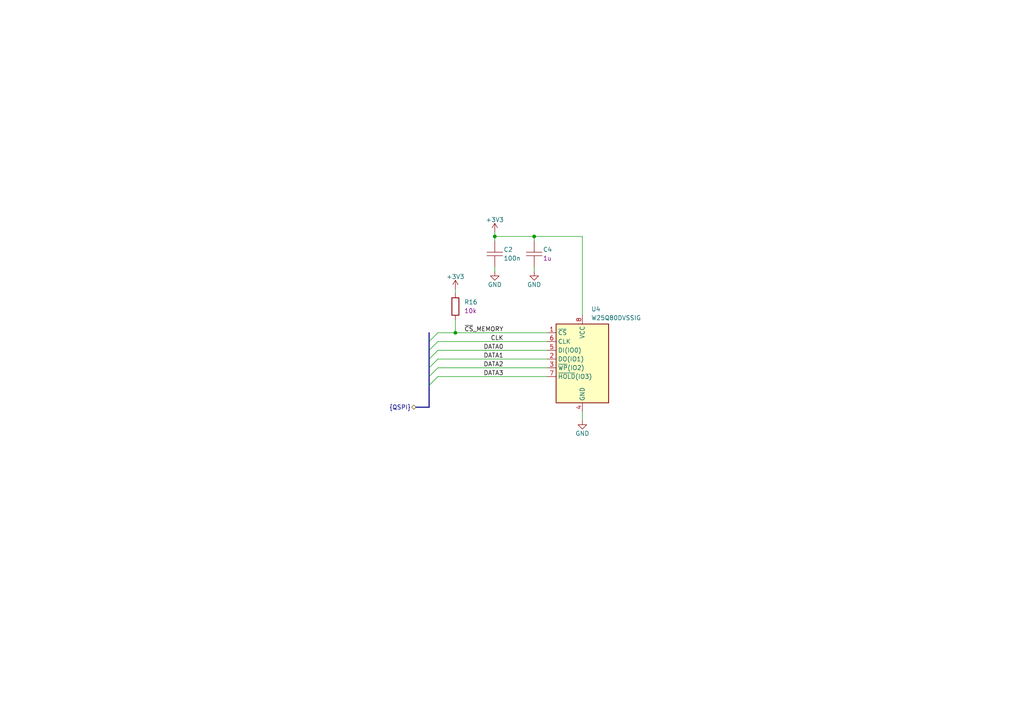
<source format=kicad_sch>
(kicad_sch (version 20230121) (generator eeschema)
  (paper "A4")
  (title_block (title "Programmable Keyboard") (date "2023-10-14") (rev "1.0") (company "Kallio Designs Oy") (comment 1 "TL, NH") (comment 3 "PCB_PN"))
  (lib_symbols
    (symbol "KD_Capacitor:C_0603_100n_X7R_50V" (pin_numbers hide) (pin_names hide)
      (property "Reference" "C" (at 2.54 1.27 0))
      (property "Value" "100n" (at 2.54 -1.27 0))
      (symbol "C_0603_100n_X7R_50V_0_1"
        (polyline (pts (xy -2.286 -0.508) (xy 2.286 -0.508)))
        (polyline (pts (xy -2.286 0.508) (xy 2.286 0.508)))
        (polyline (pts (xy 0 -0.508) (xy 0 -1.016)))
        (polyline (pts (xy 0 0.508) (xy 0 1.016)))
      )
      (symbol "C_0603_100n_X7R_50V_1_1"
        (pin passive line (at 0 3.81 270) (length 2.794) (name "~") (number "1"))
        (pin passive line (at 0 -3.81 90) (length 2.794) (name "~") (number "2"))
      )
    )
    (symbol "KD_Capacitor:C_0805_1u_X7R_25V" (pin_numbers hide) (pin_names hide)
      (property "Reference" "C" (at 2.54 1.27 0))
      (property "Code" "1u" (at 2.54 -1.27 0))
      (symbol "C_0805_1u_X7R_25V_0_1"
        (polyline (pts (xy -2.286 -0.508) (xy 2.286 -0.508)))
        (polyline (pts (xy -2.286 0.508) (xy 2.286 0.508)))
        (polyline (pts (xy 0 -0.508) (xy 0 -1.016)))
        (polyline (pts (xy 0 0.508) (xy 0 1.016)))
      )
      (symbol "C_0805_1u_X7R_25V_1_1"
        (pin passive line (at 0 3.81 270) (length 2.794) (name "~") (number "1"))
        (pin passive line (at 0 -3.81 90) (length 2.794) (name "~") (number "2"))
      )
    )
    (symbol "KD_IC_Memory:FLASH_8MBit_104MHz_W25Q80DVSSIG"
      (property "Reference" "U" (at 12.7 6.858 0))
      (property "Value" "W25Q80DVSSIG" (at 12.7 4.318 0))
      (symbol "FLASH_8MBit_104MHz_W25Q80DVSSIG_0_1"
        (rectangle (start 2.54 2.54) (end 17.78 -20.32) (stroke (width 0.254)) (fill (type background)))
      )
      (symbol "FLASH_8MBit_104MHz_W25Q80DVSSIG_1_1"
        (pin input line (at 0 0 0) (length 2.54) (name "~{CS}") (number "1"))
        (pin bidirectional line (at 0 -7.62 0) (length 2.54) (name "DO(IO1)") (number "2"))
        (pin bidirectional line (at 0 -10.16 0) (length 2.54) (name "~{WP}(IO2)") (number "3"))
        (pin power_in line (at 10.16 -22.86 90) (length 2.54) (name "GND") (number "4"))
        (pin bidirectional line (at 0 -5.08 0) (length 2.54) (name "DI(IO0)") (number "5"))
        (pin input line (at 0 -2.54 0) (length 2.54) (name "CLK") (number "6"))
        (pin bidirectional line (at 0 -12.7 0) (length 2.54) (name "~{HOLD}(IO3)") (number "7"))
        (pin power_in line (at 10.16 5.08 270) (length 2.54) (name "VCC") (number "8"))
      )
    )
    (symbol "KD_Resistor:R_0603_10k_1%" (pin_numbers hide) (pin_names hide)
      (property "Reference" "R" (at 1.905 1.27 0))
      (property "Code" "10k" (at 1.905 -1.27 0))
      (symbol "R_0603_10k_1%_0_1"
        (rectangle (start -1.016 -2.54) (end 1.016 2.54) (stroke (width 0.254)))
      )
      (symbol "R_0603_10k_1%_1_1"
        (pin passive line (at 0 3.81 270) (length 1.27) (name "~") (number "1"))
        (pin passive line (at 0 -3.81 90) (length 1.27) (name "~") (number "2"))
      )
    )
    (symbol "power:+3V3" (power) (pin_names (offset 0))
      (property "Value" "+3V3" (at 0 3.556 0))
      (symbol "+3V3_0_1"
        (polyline (pts (xy -0.762 1.27) (xy 0 2.54)))
        (polyline (pts (xy 0 0) (xy 0 2.54)))
        (polyline (pts (xy 0 2.54) (xy 0.762 1.27)))
      )
      (symbol "+3V3_1_1"
        (pin power_in line (at 0 0 90) (length 0) hide (name "+3V3") (number "1"))
      )
    )
    (symbol "power:GND" (power) (pin_names (offset 0))
      (property "Value" "GND" (at 0 -3.81 0))
      (symbol "GND_0_1"
        (polyline (pts (xy 0 0) (xy 0 -1.27) (xy 1.27 -1.27) (xy 0 -2.54) (xy -1.27 -1.27) (xy 0 -1.27)))
      )
      (symbol "GND_1_1"
        (pin power_in line (at 0 0 270) (length 0) hide (name "GND") (number "1"))
      )
    )
  )
  (junction (at 154.94 68.58))
  (junction (at 132.08 96.52))
  (junction (at 143.51 68.58))
  (bus_entry (at 124.46 99.06) (size 2.54 -2.54))
  (bus_entry (at 124.46 111.76) (size 2.54 -2.54))
  (bus_entry (at 124.46 101.6) (size 2.54 -2.54))
  (bus_entry (at 124.46 109.22) (size 2.54 -2.54))
  (bus_entry (at 124.46 106.68) (size 2.54 -2.54))
  (bus_entry (at 124.46 104.14) (size 2.54 -2.54))
  (wire (pts (xy 127 104.14) (xy 158.75 104.14)))
  (wire (pts (xy 132.08 83.82) (xy 132.08 85.09)))
  (wire (pts (xy 132.08 92.71) (xy 132.08 96.52)))
  (wire (pts (xy 154.94 68.58) (xy 168.91 68.58)))
  (wire (pts (xy 143.51 77.47) (xy 143.51 78.74)))
  (wire (pts (xy 154.94 77.47) (xy 154.94 78.74)))
  (wire (pts (xy 168.91 121.92) (xy 168.91 119.38)))
  (bus (pts (xy 124.46 104.14) (xy 124.46 106.68)))
  (wire (pts (xy 127 106.68) (xy 158.75 106.68)))
  (bus (pts (xy 124.46 101.6) (xy 124.46 104.14)))
  (wire (pts (xy 168.91 68.58) (xy 168.91 91.44)))
  (bus (pts (xy 124.46 96.52) (xy 124.46 99.06)))
  (wire (pts (xy 158.75 101.6) (xy 127 101.6)))
  (wire (pts (xy 154.94 69.85) (xy 154.94 68.58)))
  (bus (pts (xy 124.46 106.68) (xy 124.46 109.22)))
  (bus (pts (xy 124.46 109.22) (xy 124.46 111.76)))
  (bus (pts (xy 124.46 111.76) (xy 124.46 118.11)))
  (wire (pts (xy 143.51 67.31) (xy 143.51 68.58)))
  (wire (pts (xy 143.51 69.85) (xy 143.51 68.58)))
  (wire (pts (xy 127 99.06) (xy 158.75 99.06)))
  (bus (pts (xy 124.46 99.06) (xy 124.46 101.6)))
  (wire (pts (xy 143.51 68.58) (xy 154.94 68.58)))
  (bus (pts (xy 124.46 118.11) (xy 120.65 118.11)))
  (wire (pts (xy 158.75 109.22) (xy 127 109.22)))
  (wire (pts (xy 158.75 96.52) (xy 132.08 96.52)))
  (wire (pts (xy 132.08 96.52) (xy 127 96.52)))
  (label "DATA0" (at 146.05 101.6 180))
  (label "~{CS}_MEMORY" (at 146.05 96.52 180))
  (label "DATA2" (at 146.05 106.68 180))
  (label "DATA1" (at 146.05 104.14 180))
  (label "DATA3" (at 146.05 109.22 180))
  (label "CLK" (at 146.05 99.06 180))
  (hierarchical_label "{QSPI}" (shape bidirectional) (at 120.65 118.11 180))
  (symbol (lib_id "power:GND") (at 143.51 78.74 0) (mirror y) (unit 1)
    (property "Reference" "#GND02" (effects hide))
    (property "Value" "GND" (at 143.51 82.55 0))
    (instances (project "000052 RCCON" (path "" (reference "#GND02") (unit 1))) (project "000018 PGKB" (path "" (reference "#GND02") (unit 1)) (path "" (reference "#GND08") (unit 1))))
  )
  (symbol (lib_id "KD_Capacitor:C_0805_1u_X7R_25V") (at 154.94 73.66 0) (unit 1)
    (property "Reference" "C4" (at 157.48 72.39 0) (effects (justify left)))
    (property "Value" "1u" (effects hide))
    (property "Footprint" "KD_Capacitor:CAPC2012X135N" (effects hide))
    (property "Datasheet" "https://mm.digikey.com/Volume0/opasdata/d220001/medias/docus/1105/CL21B105KAFNNNE_Spec.pdf" (effects hide))
    (property "Code" "1u" (at 157.48 74.93 0) (effects (justify left)))
    (property "Manufacturer" "Samsung Electro-Mechanics" (effects hide))
    (property "MFG_PartNo" "CL21B105KAFNNNE" (effects hide))
    (property "Supplier" "Digi-Key" (effects hide))
    (property "Supplier_PartNo" "1276-1066-1-ND" (effects hide))
    (property "DNP" "F" (effects hide))
    (property "Price" "0.03" (effects hide))
    (instances (project "000052 RCCON" (path "" (reference "C4") (unit 1))) (project "000018 PGKB" (path "" (reference "C4") (unit 1)) (path "" (reference "C20") (unit 1))))
  )
  (symbol (lib_id "power:GND") (at 154.94 78.74 0) (mirror y) (unit 1)
    (property "Reference" "#GND04" (effects hide))
    (property "Value" "GND" (at 154.94 82.55 0))
    (instances (project "000052 RCCON" (path "" (reference "#GND04") (unit 1))) (project "000018 PGKB" (path "" (reference "#GND04") (unit 1)) (path "" (reference "#GND09") (unit 1))))
  )
  (symbol (lib_id "power:GND") (at 168.91 121.92 0) (mirror y) (unit 1)
    (property "Reference" "#GND04" (effects hide))
    (property "Value" "GND" (at 168.91 125.73 0))
    (instances (project "000052 RCCON" (path "" (reference "#GND04") (unit 1))) (project "000018 PGKB" (path "" (reference "#GND04") (unit 1)) (path "" (reference "#GND010") (unit 1))))
  )
  (symbol (lib_id "KD_Resistor:R_0603_10k_1%") (at 132.08 88.9 0) (unit 1)
    (property "Reference" "R16" (at 134.62 87.63 0) (effects (justify left)))
    (property "Value" "10k" (effects hide))
    (property "Footprint" "KD_Resistor:RESC1608X55N" (effects hide))
    (property "Datasheet" "https://www.seielect.com/Catalog/SEI-RMCF_RMCP.pdf" (effects hide))
    (property "Code" "10k" (at 134.62 90.17 0) (effects (justify left)))
    (property "Manufacturer" "Stackpole Electronics Inc" (effects hide))
    (property "MFG_PartNo" "RMCF0603FT10K0" (effects hide))
    (property "Supplier" "Digi-Key" (effects hide))
    (property "Supplier_PartNo" "RMCF0603FT10K0CT-ND" (effects hide))
    (property "DNP" "F" (effects hide))
    (property "Price" "0.01" (effects hide))
    (instances (project "000018 PGKB" (path "" (reference "R16") (unit 1)) (path "" (reference "R22") (unit 1))))
  )
  (symbol (lib_id "power:+3V3") (at 132.08 83.82 0) (unit 1)
    (property "Reference" "#+3V02" (effects hide))
    (property "Value" "+3V3" (at 132.08 80.264 0))
    (instances (project "000052 RCCON" (path "" (reference "#+3V02") (unit 1))) (project "000018 PGKB" (path "" (reference "#+3V05") (unit 1)) (path "" (reference "#+3V01") (unit 1))))
  )
  (symbol (lib_id "KD_Capacitor:C_0603_100n_X7R_50V") (at 143.51 73.66 0) (unit 1)
    (property "Reference" "C2" (at 146.05 72.39 0) (effects (justify left)))
    (property "Value" "100n" (at 146.05 74.93 0) (effects (justify left)))
    (property "Footprint" "KD_Capacitor:CAPC1608X90N" (effects hide))
    (property "Datasheet" "https://mm.digikey.com/Volume0/opasdata/d220001/medias/docus/658/CL10B104KB8NNWC_Spec.pdf" (effects hide))
    (property "Value" "100n" (at 146.05 74.93 0) (effects (justify left)))
    (property "Manufacturer" "Samsung" (effects hide))
    (property "MFG_PartNo" "CL10B104KB8NNWC" (effects hide))
    (property "Supplier" "Digi-Key" (effects hide))
    (property "Supplier_PartNo" "1276-1935-1-ND" (effects hide))
    (property "DNP" "F" (effects hide))
    (property "Price" "0.01" (effects hide))
    (instances (project "000052 RCCON" (path "" (reference "C2") (unit 1))) (project "000018 PGKB" (path "" (reference "C2") (unit 1)) (path "" (reference "C19") (unit 1))))
  )
  (symbol (lib_id "KD_IC_Memory:FLASH_8MBit_104MHz_W25Q80DVSSIG") (at 158.75 96.52 0) (unit 1)
    (property "Reference" "U4" (at 171.45 89.662 0) (effects (justify left)))
    (property "Value" "W25Q80DVSSIG" (at 171.45 92.202 0) (effects (justify left)))
    (property "Footprint" "KD_Package_SO:SOIC127P790X195-8N" (effects hide))
    (property "Datasheet" "https://www.winbond.com/resource-files/w25q80dv%20dl_revh_10022015.pdf" (effects hide))
    (property "Manufacturer" "Winbond Electronics" (effects hide))
    (property "MFG_PartNo" "W25Q80DVSSIG" (effects hide))
    (property "Supplier" "Digi-Key" (effects hide))
    (property "Supplier_PartNo" "W25Q80DVSSIG-ND" (effects hide))
    (property "DNP" "F" (effects hide))
    (property "Price" "0.5" (effects hide))
  )
  (symbol (lib_id "power:+3V3") (at 143.51 67.31 0) (unit 1)
    (property "Reference" "#+3V02" (effects hide))
    (property "Value" "+3V3" (at 143.51 63.754 0))
    (instances (project "000052 RCCON" (path "" (reference "#+3V02") (unit 1))) (project "000018 PGKB" (path "" (reference "#+3V03") (unit 1)) (path "" (reference "#+3V02") (unit 1))))
  )
)
</source>
